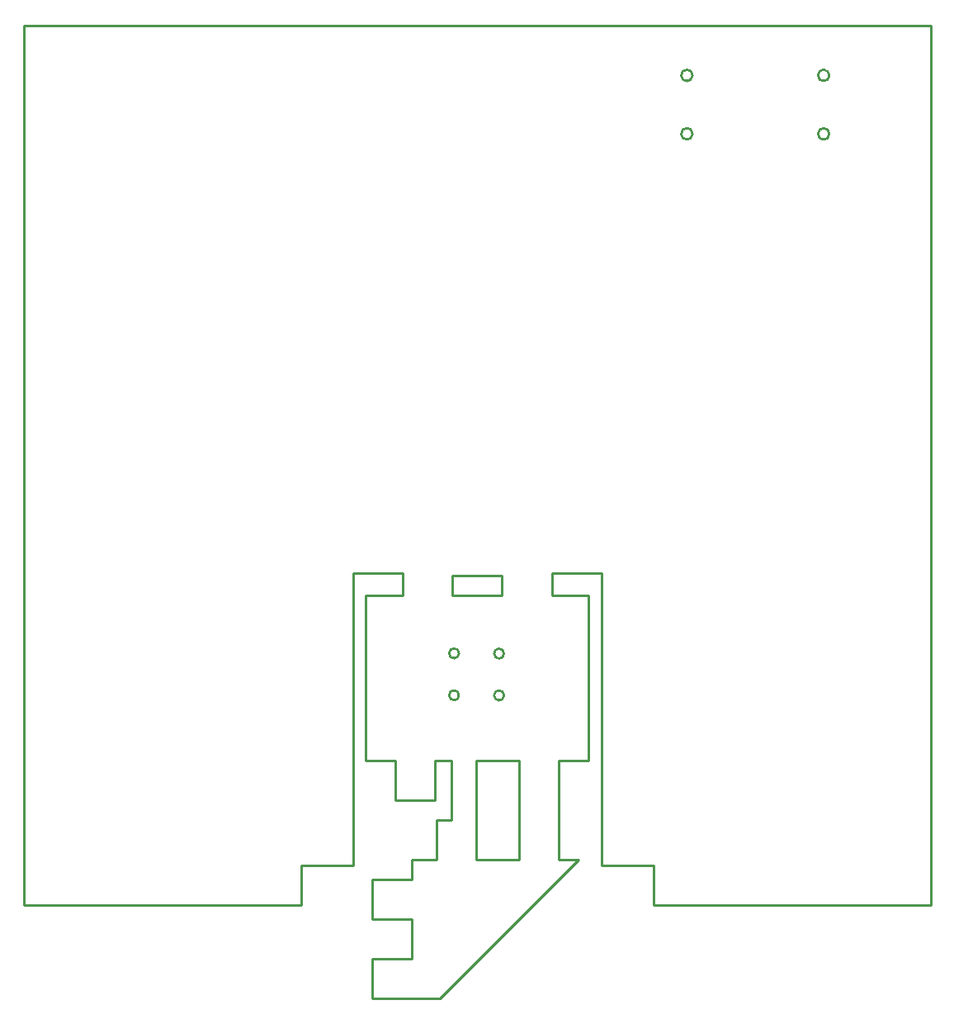
<source format=gko>
G04*
G04 #@! TF.GenerationSoftware,Altium Limited,Altium Designer,20.2.6 (244)*
G04*
G04 Layer_Color=16711935*
%FSLAX24Y24*%
%MOIN*%
G70*
G04*
G04 #@! TF.SameCoordinates,939C5B67-7932-4E13-932B-422522EE1AF6*
G04*
G04*
G04 #@! TF.FilePolarity,Positive*
G04*
G01*
G75*
%ADD10C,0.0100*%
D10*
X55030Y51110D02*
G03*
X55030Y51110I-230J0D01*
G01*
Y48750D02*
G03*
X55030Y48750I-230J0D01*
G01*
X49505D02*
G03*
X49505Y48750I-230J0D01*
G01*
Y51110D02*
G03*
X49505Y51110I-230J0D01*
G01*
X41890Y27770D02*
G03*
X41890Y27770I-200J0D01*
G01*
Y26080D02*
G03*
X41890Y26080I-200J0D01*
G01*
X40070Y27780D02*
G03*
X40070Y27780I-200J0D01*
G01*
Y26090D02*
G03*
X40070Y26090I-200J0D01*
G01*
X55030Y51110D02*
G03*
X55030Y51110I-230J0D01*
G01*
Y48750D02*
G03*
X55030Y48750I-230J0D01*
G01*
X49505D02*
G03*
X49505Y48750I-230J0D01*
G01*
Y51110D02*
G03*
X49505Y51110I-230J0D01*
G01*
X38170Y13853D02*
X39303D01*
X38170Y19456D02*
X39170Y19460D01*
X39800Y30930D02*
X41800D01*
X39770Y21060D02*
Y23460D01*
X39110D02*
X39770D01*
X39170Y21060D02*
X39770D01*
X40770D02*
Y23460D01*
X44110Y21060D02*
Y21860D01*
X42510Y21060D02*
Y21860D01*
X40770Y23460D02*
X42510D01*
X43820Y30130D02*
Y31030D01*
X41800Y30130D02*
Y30930D01*
X39800Y30130D02*
Y30930D01*
X37800Y30130D02*
Y31030D01*
X36310Y30130D02*
X37800D01*
X43820Y31030D02*
X45820D01*
X43820Y30130D02*
X45310D01*
X39800D02*
X41800D01*
X35800Y31030D02*
X37800D01*
X39303Y13853D02*
X44910Y19460D01*
X36570Y13853D02*
X38170D01*
X36570D02*
Y15453D01*
Y17053D02*
Y18653D01*
Y15453D02*
X38170D01*
X36570Y17053D02*
X38170D01*
X36570Y18653D02*
X38170D01*
Y15453D02*
Y17053D01*
Y18653D02*
Y19453D01*
X39170Y19460D02*
Y21060D01*
X40770Y19460D02*
Y21060D01*
Y19460D02*
X42510D01*
X44110D02*
X44910D01*
X42510D02*
Y21060D01*
X44110Y19460D02*
Y21060D01*
X37510Y21860D02*
X39110D01*
X44110D02*
Y23460D01*
X42510Y21860D02*
Y23460D01*
X37510Y21860D02*
Y23460D01*
X39110Y21860D02*
Y23460D01*
X44110D02*
X45310D01*
X36310D02*
X37510D01*
X36310D02*
Y30130D01*
X45310Y23460D02*
Y30130D01*
X45820Y19220D02*
Y31030D01*
X35800Y19220D02*
Y31030D01*
X45820Y19220D02*
X47920D01*
X33700D02*
X35800D01*
X47920Y17620D02*
Y19220D01*
X33700Y17620D02*
Y19220D01*
X47920Y17620D02*
X59120D01*
X22500D02*
X33700D01*
X22500D02*
Y53120D01*
X59120D01*
Y17620D02*
Y53120D01*
M02*

</source>
